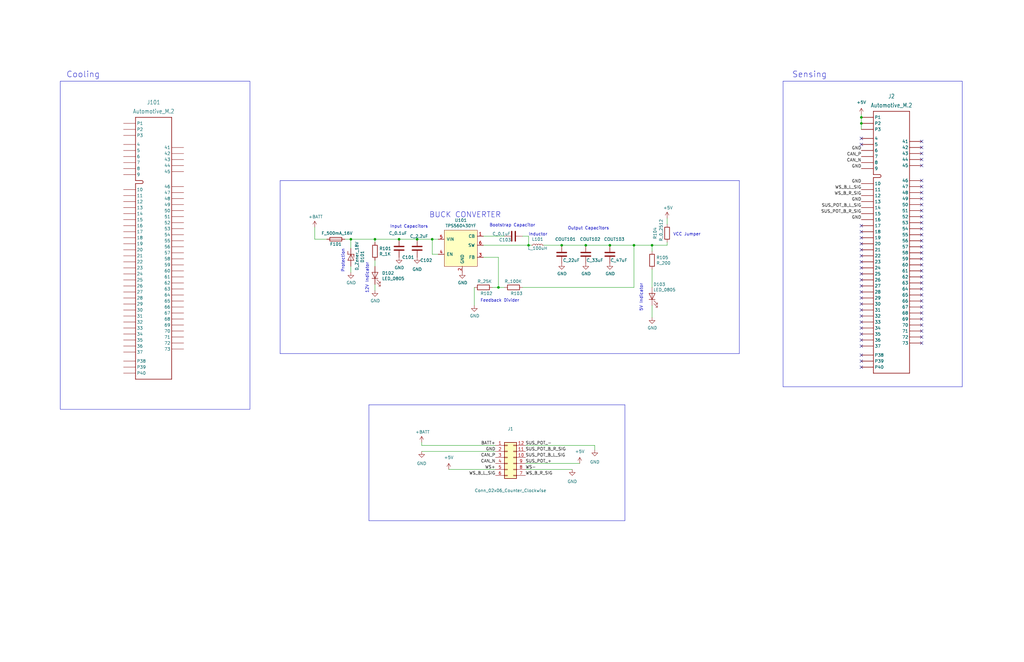
<source format=kicad_sch>
(kicad_sch (version 20230121) (generator eeschema)
  (paper "B")
  (title_block (title "OEM Project Template") (date "2019-08-22") (rev "1") (company "Olin Electric Motorsports") (comment 1 "Wesley Soo-Hoo"))
  (lib_symbols
    (symbol "+5V_1" (power) (pin_names (offset 0))
      (property "Value" "+5V_1" (at 0 3.556 0))
      (symbol "+5V_1_0_1"
        (polyline (pts (xy -0.762 1.27) (xy 0 2.54)))
        (polyline (pts (xy 0 0) (xy 0 2.54)))
        (polyline (pts (xy 0 2.54) (xy 0.762 1.27)))
      )
      (symbol "+5V_1_1_1"
        (pin power_in line (at 0 0 90) (length 0) hide (name "+5V") (number "1"))
      )
    )
    (symbol "+5V_2" (power) (pin_names (offset 0))
      (property "Value" "+5V_2" (at 0 3.556 0))
      (symbol "+5V_2_0_1"
        (polyline (pts (xy -0.762 1.27) (xy 0 2.54)))
        (polyline (pts (xy 0 0) (xy 0 2.54)))
        (polyline (pts (xy 0 2.54) (xy 0.762 1.27)))
      )
      (symbol "+5V_2_1_1"
        (pin power_in line (at 0 0 90) (length 0) hide (name "+5V") (number "1"))
      )
    )
    (symbol "Connector_Generic:Conn_02x06_Counter_Clockwise" (pin_names (offset 1.016) hide)
      (property "Reference" "J" (at 1.27 7.62 0))
      (property "Value" "Conn_02x06_Counter_Clockwise" (at 1.27 -10.16 0))
      (symbol "Conn_02x06_Counter_Clockwise_1_1"
        (rectangle (start -1.27 -7.493) (end 0 -7.747) (stroke (width 0.1524)))
        (rectangle (start -1.27 -4.953) (end 0 -5.207) (stroke (width 0.1524)))
        (rectangle (start -1.27 -2.413) (end 0 -2.667) (stroke (width 0.1524)))
        (rectangle (start -1.27 0.127) (end 0 -0.127) (stroke (width 0.1524)))
        (rectangle (start -1.27 2.667) (end 0 2.413) (stroke (width 0.1524)))
        (rectangle (start -1.27 5.207) (end 0 4.953) (stroke (width 0.1524)))
        (rectangle (start -1.27 6.35) (end 3.81 -8.89) (stroke (width 0.254)) (fill (type background)))
        (rectangle (start 3.81 -7.493) (end 2.54 -7.747) (stroke (width 0.1524)))
        (rectangle (start 3.81 -4.953) (end 2.54 -5.207) (stroke (width 0.1524)))
        (rectangle (start 3.81 -2.413) (end 2.54 -2.667) (stroke (width 0.1524)))
        (rectangle (start 3.81 0.127) (end 2.54 -0.127) (stroke (width 0.1524)))
        (rectangle (start 3.81 2.667) (end 2.54 2.413) (stroke (width 0.1524)))
        (rectangle (start 3.81 5.207) (end 2.54 4.953) (stroke (width 0.1524)))
        (pin passive line (at -5.08 5.08 0) (length 3.81) (name "Pin_1") (number "1"))
        (pin passive line (at 7.62 0 180) (length 3.81) (name "Pin_10") (number "10"))
        (pin passive line (at 7.62 2.54 180) (length 3.81) (name "Pin_11") (number "11"))
        (pin passive line (at 7.62 5.08 180) (length 3.81) (name "Pin_12") (number "12"))
        (pin passive line (at -5.08 2.54 0) (length 3.81) (name "Pin_2") (number "2"))
        (pin passive line (at -5.08 0 0) (length 3.81) (name "Pin_3") (number "3"))
        (pin passive line (at -5.08 -2.54 0) (length 3.81) (name "Pin_4") (number "4"))
        (pin passive line (at -5.08 -5.08 0) (length 3.81) (name "Pin_5") (number "5"))
        (pin passive line (at -5.08 -7.62 0) (length 3.81) (name "Pin_6") (number "6"))
        (pin passive line (at 7.62 -7.62 180) (length 3.81) (name "Pin_7") (number "7"))
        (pin passive line (at 7.62 -5.08 180) (length 3.81) (name "Pin_8") (number "8"))
        (pin passive line (at 7.62 -2.54 180) (length 3.81) (name "Pin_9") (number "9"))
      )
    )
    (symbol "GND_1" (power) (pin_names (offset 0))
      (property "Value" "GND_1" (at 0 -3.81 0))
      (symbol "GND_1_0_1"
        (polyline (pts (xy 0 0) (xy 0 -1.27) (xy 1.27 -1.27) (xy 0 -2.54) (xy -1.27 -1.27) (xy 0 -1.27)))
      )
      (symbol "GND_1_1_1"
        (pin power_in line (at 0 0 270) (length 0) hide (name "GND") (number "1"))
      )
    )
    (symbol "GND_2" (power) (pin_names (offset 0))
      (property "Value" "GND_2" (at 0 -3.81 0))
      (symbol "GND_2_0_1"
        (polyline (pts (xy 0 0) (xy 0 -1.27) (xy 1.27 -1.27) (xy 0 -2.54) (xy -1.27 -1.27) (xy 0 -1.27)))
      )
      (symbol "GND_2_1_1"
        (pin power_in line (at 0 0 270) (length 0) hide (name "GND") (number "1"))
      )
    )
    (symbol "formula:Automotive_M.2"
      (property "Reference" "J?" (at 1.27 49.53 0))
      (property "Value" "Automotive_M.2" (at 7.62 45.72 0))
      (symbol "Automotive_M.2_0_1"
        (arc (start -5.0436 15.2415) (mid -4.4198 15.8765) (end -5.0436 16.5115) (stroke (width 0.25)))
        (polyline (pts (xy -7.62 15.24) (xy -5.08 15.24)) (stroke (width 0.25)))
        (polyline (pts (xy -7.62 16.51) (xy -5.08 16.51)) (stroke (width 0.25)))
        (polyline (pts (xy -7.62 43.18) (xy -7.62 16.51)) (stroke (width 0.25)))
        (polyline (pts (xy 7.62 -67.31) (xy -7.62 -67.31)) (stroke (width 0.25)))
      )
      (symbol "Automotive_M.2_1_0"
        (polyline (pts (xy -7.62 -67.31) (xy -7.62 15.24)) (stroke (width 0.254)))
        (polyline (pts (xy 7.62 43.18) (xy -7.62 43.18)) (stroke (width 0.254)))
        (polyline (pts (xy 7.62 43.18) (xy 7.62 -67.31)) (stroke (width 0.254)))
        (pin bidirectional line (at -12.7 12.7 0) (length 5.08) (name "10") (number "10"))
        (pin bidirectional line (at -12.7 10.16 0) (length 5.08) (name "11") (number "11"))
        (pin bidirectional line (at -12.7 7.62 0) (length 5.08) (name "12") (number "12"))
        (pin bidirectional line (at -12.7 5.08 0) (length 5.08) (name "13") (number "13"))
        (pin bidirectional line (at -12.7 2.54 0) (length 5.08) (name "14") (number "14"))
        (pin bidirectional line (at -12.7 0 0) (length 5.08) (name "15") (number "15"))
        (pin bidirectional line (at -12.7 -2.54 0) (length 5.08) (name "16") (number "16"))
        (pin bidirectional line (at -12.7 -5.08 0) (length 5.08) (name "17") (number "17"))
        (pin bidirectional line (at -12.7 -7.62 0) (length 5.08) (name "18") (number "18"))
        (pin bidirectional line (at -12.7 -10.16 0) (length 5.08) (name "19") (number "19"))
        (pin bidirectional line (at -12.7 -12.7 0) (length 5.08) (name "20") (number "20"))
        (pin bidirectional line (at -12.7 -15.24 0) (length 5.08) (name "21") (number "21"))
        (pin bidirectional line (at -12.7 -17.78 0) (length 5.08) (name "22") (number "22"))
        (pin bidirectional line (at -12.7 -20.32 0) (length 5.08) (name "23") (number "23"))
        (pin bidirectional line (at -12.7 -22.86 0) (length 5.08) (name "24") (number "24"))
        (pin bidirectional line (at -12.7 -25.4 0) (length 5.08) (name "25") (number "25"))
        (pin bidirectional line (at -12.7 -27.94 0) (length 5.08) (name "26") (number "26"))
        (pin bidirectional line (at -12.7 -30.48 0) (length 5.08) (name "27") (number "27"))
        (pin bidirectional line (at -12.7 -33.02 0) (length 5.08) (name "28") (number "28"))
        (pin bidirectional line (at -12.7 -35.56 0) (length 5.08) (name "29") (number "29"))
        (pin bidirectional line (at -12.7 -38.1 0) (length 5.08) (name "30") (number "30"))
        (pin bidirectional line (at -12.7 -40.64 0) (length 5.08) (name "31") (number "31"))
        (pin bidirectional line (at -12.7 -43.18 0) (length 5.08) (name "32") (number "32"))
        (pin bidirectional line (at -12.7 -45.72 0) (length 5.08) (name "33") (number "33"))
        (pin bidirectional line (at -12.7 -48.26 0) (length 5.08) (name "34") (number "34"))
        (pin bidirectional line (at -12.7 -50.8 0) (length 5.08) (name "35") (number "35"))
        (pin bidirectional line (at -12.7 -53.34 0) (length 5.08) (name "36") (number "36"))
        (pin bidirectional line (at -12.7 -55.88 0) (length 5.08) (name "37") (number "37"))
        (pin bidirectional line (at -12.7 31.75 0) (length 5.08) (name "4") (number "4"))
        (pin bidirectional line (at 12.7 30.48 180) (length 5.08) (name "41") (number "41"))
        (pin bidirectional line (at 12.7 27.94 180) (length 5.08) (name "42") (number "42"))
        (pin bidirectional line (at 12.7 25.4 180) (length 5.08) (name "43") (number "43"))
        (pin bidirectional line (at 12.7 22.86 180) (length 5.08) (name "44") (number "44"))
        (pin bidirectional line (at 12.7 20.32 180) (length 5.08) (name "45") (number "45"))
        (pin bidirectional line (at 12.7 13.97 180) (length 5.08) (name "46") (number "46"))
        (pin bidirectional line (at 12.7 11.43 180) (length 5.08) (name "47") (number "47"))
        (pin bidirectional line (at 12.7 8.89 180) (length 5.08) (name "48") (number "48"))
        (pin bidirectional line (at 12.7 6.35 180) (length 5.08) (name "49") (number "49"))
        (pin bidirectional line (at -12.7 29.21 0) (length 5.08) (name "5") (number "5"))
        (pin bidirectional line (at 12.7 3.81 180) (length 5.08) (name "50") (number "50"))
        (pin bidirectional line (at 12.7 1.27 180) (length 5.08) (name "51") (number "51"))
        (pin bidirectional line (at 12.7 -1.27 180) (length 5.08) (name "52") (number "52"))
        (pin bidirectional line (at 12.7 -3.81 180) (length 5.08) (name "53") (number "53"))
        (pin bidirectional line (at 12.7 -6.35 180) (length 5.08) (name "54") (number "54"))
        (pin bidirectional line (at 12.7 -8.89 180) (length 5.08) (name "55") (number "55"))
        (pin bidirectional line (at 12.7 -11.43 180) (length 5.08) (name "56") (number "56"))
        (pin bidirectional line (at 12.7 -13.97 180) (length 5.08) (name "57") (number "57"))
        (pin bidirectional line (at 12.7 -16.51 180) (length 5.08) (name "58") (number "58"))
        (pin bidirectional line (at 12.7 -19.05 180) (length 5.08) (name "59") (number "59"))
        (pin bidirectional line (at -12.7 26.67 0) (length 5.08) (name "6") (number "6"))
        (pin bidirectional line (at 12.7 -21.59 180) (length 5.08) (name "60") (number "60"))
        (pin bidirectional line (at 12.7 -24.13 180) (length 5.08) (name "61") (number "61"))
        (pin bidirectional line (at 12.7 -26.67 180) (length 5.08) (name "62") (number "62"))
        (pin bidirectional line (at 12.7 -29.21 180) (length 5.08) (name "63") (number "63"))
        (pin bidirectional line (at 12.7 -31.75 180) (length 5.08) (name "64") (number "64"))
        (pin bidirectional line (at 12.7 -34.29 180) (length 5.08) (name "65") (number "65"))
        (pin bidirectional line (at 12.7 -36.83 180) (length 5.08) (name "66") (number "66"))
        (pin bidirectional line (at 12.7 -39.37 180) (length 5.08) (name "67") (number "67"))
        (pin bidirectional line (at 12.7 -41.91 180) (length 5.08) (name "68") (number "68"))
        (pin bidirectional line (at 12.7 -44.45 180) (length 5.08) (name "69") (number "69"))
        (pin bidirectional line (at -12.7 24.13 0) (length 5.08) (name "7") (number "7"))
        (pin bidirectional line (at 12.7 -46.99 180) (length 5.08) (name "70") (number "70"))
        (pin bidirectional line (at 12.7 -49.53 180) (length 5.08) (name "71") (number "71"))
        (pin bidirectional line (at 12.7 -52.07 180) (length 5.08) (name "72") (number "72"))
        (pin bidirectional line (at 12.7 -54.61 180) (length 5.08) (name "73") (number "73"))
        (pin bidirectional line (at -12.7 21.59 0) (length 5.08) (name "8") (number "8"))
        (pin bidirectional line (at -12.7 19.05 0) (length 5.08) (name "9") (number "9"))
        (pin bidirectional line (at -12.7 40.64 0) (length 5.08) (name "P1") (number "P1"))
        (pin bidirectional line (at -12.7 38.1 0) (length 5.08) (name "P2") (number "P2"))
        (pin bidirectional line (at -12.7 35.56 0) (length 5.08) (name "P3") (number "P3"))
        (pin bidirectional line (at -12.7 -59.69 0) (length 5.08) (name "P38") (number "P38"))
        (pin bidirectional line (at -12.7 -62.23 0) (length 5.08) (name "P39") (number "P39"))
        (pin bidirectional line (at -12.7 -64.77 0) (length 5.08) (name "P40") (number "P40"))
      )
    )
    (symbol "formula:C_0.1uF" (pin_numbers hide) (pin_names (offset 0.254))
      (property "Reference" "C" (at 0.635 2.54 0))
      (property "Value" "C_0.1uF" (at 0.635 -2.54 0))
      (symbol "C_0.1uF_0_1"
        (polyline (pts (xy -2.032 -0.762) (xy 2.032 -0.762)) (stroke (width 0.508)))
        (polyline (pts (xy -2.032 0.762) (xy 2.032 0.762)) (stroke (width 0.508)))
      )
      (symbol "C_0.1uF_1_1"
        (pin passive line (at 0 3.81 270) (length 2.794) (name "~") (number "1"))
        (pin passive line (at 0 -3.81 90) (length 2.794) (name "~") (number "2"))
      )
    )
    (symbol "formula:C_2.2uF" (pin_numbers hide) (pin_names (offset 0.254))
      (property "Reference" "C" (at 0.635 3.81 0))
      (property "Value" "C_2.2uF" (at 0.635 -1.27 0))
      (symbol "C_2.2uF_0_1"
        (polyline (pts (xy -2.032 0.508) (xy 2.032 0.508)) (stroke (width 0.508)))
        (polyline (pts (xy -2.032 2.032) (xy 2.032 2.032)) (stroke (width 0.508)))
      )
      (symbol "C_2.2uF_1_1"
        (pin passive line (at 0 5.08 270) (length 2.794) (name "~") (number "1"))
        (pin passive line (at 0 -2.54 90) (length 2.794) (name "~") (number "2"))
      )
    )
    (symbol "formula:C_22uF" (pin_numbers hide) (pin_names (offset 0.254))
      (property "Reference" "C" (at 0.635 2.54 0))
      (property "Value" "C_22uF" (at 0.635 -2.54 0))
      (symbol "C_22uF_0_1"
        (polyline (pts (xy -2.032 -0.762) (xy 2.032 -0.762)) (stroke (width 0.508)))
        (polyline (pts (xy -2.032 0.762) (xy 2.032 0.762)) (stroke (width 0.508)))
      )
      (symbol "C_22uF_1_1"
        (pin passive line (at 0 3.81 270) (length 2.794) (name "~") (number "1"))
        (pin passive line (at 0 -3.81 90) (length 2.794) (name "~") (number "2"))
      )
    )
    (symbol "formula:C_33uF" (pin_numbers hide) (pin_names (offset 0.254))
      (property "Reference" "C" (at 0.635 2.54 0))
      (property "Value" "C_33uF" (at 2.54 -7.62 0))
      (symbol "C_33uF_0_1"
        (polyline (pts (xy -2.032 -0.762) (xy 2.032 -0.762)) (stroke (width 0.508)))
        (polyline (pts (xy -2.032 0.762) (xy 2.032 0.762)) (stroke (width 0.508)))
      )
      (symbol "C_33uF_1_1"
        (pin passive line (at 0 3.81 270) (length 2.794) (name "~") (number "1"))
        (pin passive line (at 0 -3.81 90) (length 2.794) (name "~") (number "2"))
      )
    )
    (symbol "formula:C_47uF" (pin_numbers hide) (pin_names (offset 0.254))
      (property "Reference" "C" (at 0.635 2.54 0))
      (property "Value" "C_47uF" (at 0.635 -2.54 0))
      (symbol "C_47uF_0_1"
        (polyline (pts (xy -2.032 -0.762) (xy 2.032 -0.762)) (stroke (width 0.508)))
        (polyline (pts (xy -2.032 0.762) (xy 2.032 0.762)) (stroke (width 0.508)))
      )
      (symbol "C_47uF_1_1"
        (pin passive line (at 0 3.81 270) (length 2.794) (name "~") (number "1"))
        (pin passive line (at 0 -3.81 90) (length 2.794) (name "~") (number "2"))
      )
    )
    (symbol "formula:D_Zener_18V" (pin_numbers hide) (pin_names (offset 1.016) hide)
      (property "Reference" "D" (at 0 2.54 0))
      (property "Value" "D_Zener_18V" (at 0 -2.54 0))
      (symbol "D_Zener_18V_0_1"
        (polyline (pts (xy -1.27 -1.27) (xy -2.54 -1.27)) (stroke (width 0.2032)))
        (polyline (pts (xy -1.27 1.27) (xy 0 1.27)) (stroke (width 0.2032)))
        (polyline (pts (xy 1.27 0) (xy -1.27 0)))
        (polyline (pts (xy -1.27 -1.27) (xy -1.27 1.27) (xy -0.762 1.27)) (stroke (width 0.2032)))
        (polyline (pts (xy 1.27 -1.27) (xy 1.27 1.27) (xy -1.27 0) (xy 1.27 -1.27)) (stroke (width 0.2032)))
      )
      (symbol "D_Zener_18V_1_1"
        (pin passive line (at -3.81 0 0) (length 2.54) (name "K") (number "1"))
        (pin passive line (at 3.81 0 180) (length 2.54) (name "A") (number "2"))
      )
    )
    (symbol "formula:F_500mA_16V" (pin_numbers hide) (pin_names (offset 0))
      (property "Reference" "F" (at 2.032 0 90))
      (property "Value" "F_500mA_16V" (at -1.905 0 90))
      (symbol "F_500mA_16V_0_1"
        (rectangle (start -0.762 -2.54) (end 0.762 2.54) (stroke (width 0.254)))
        (polyline (pts (xy 0 2.54) (xy 0 -2.54)))
      )
      (symbol "F_500mA_16V_1_1"
        (pin passive line (at 0 3.81 270) (length 1.27) (name "~") (number "1"))
        (pin passive line (at 0 -3.81 90) (length 1.27) (name "~") (number "2"))
      )
    )
    (symbol "formula:LED_0805" (pin_numbers hide) (pin_names (offset 1.016) hide)
      (property "Reference" "D" (at 0 -2.54 0))
      (property "Value" "LED_0805" (at 0 2.54 0))
      (symbol "LED_0805_0_1"
        (polyline (pts (xy -1.27 -1.27) (xy -1.27 1.27)) (stroke (width 0.2032)))
        (polyline (pts (xy -1.27 0) (xy 1.27 0)))
        (polyline (pts (xy 1.27 -1.27) (xy 1.27 1.27) (xy -1.27 0) (xy 1.27 -1.27)) (stroke (width 0.2032)))
        (polyline (pts (xy -3.048 -0.762) (xy -4.572 -2.286) (xy -3.81 -2.286) (xy -4.572 -2.286) (xy -4.572 -1.524)))
        (polyline (pts (xy -1.778 -0.762) (xy -3.302 -2.286) (xy -2.54 -2.286) (xy -3.302 -2.286) (xy -3.302 -1.524)))
      )
      (symbol "LED_0805_1_1"
        (pin passive line (at -3.81 0 0) (length 2.54) (name "K") (number "1"))
        (pin passive line (at 3.81 0 180) (length 2.54) (name "A") (number "2"))
      )
    )
    (symbol "formula:L_100uH" (pin_numbers hide) (pin_names (offset 1.016) hide)
      (property "Reference" "L" (at 0 -1.27 0))
      (property "Value" "L_100uH" (at 0 2.54 0))
      (symbol "L_100uH_1_1"
        (arc (start -1.016 0) (mid -1.524 0.5058) (end -2.032 0))
        (arc (start 0 0) (mid -0.508 0.5058) (end -1.016 0))
        (arc (start 1.016 0) (mid 0.508 0.5058) (end 0 0))
        (arc (start 2.032 0) (mid 1.524 0.5058) (end 1.016 0))
        (pin passive line (at -2.54 0 0) (length 0.508) (name "~") (number "1"))
        (pin passive line (at 2.54 0 180) (length 0.508) (name "~") (number "2"))
      )
    )
    (symbol "formula:R_0_2512" (pin_numbers hide) (pin_names (offset 0))
      (property "Reference" "R" (at 2.032 0 90))
      (property "Value" "R_0_2512" (at -2.54 0 90))
      (symbol "R_0_2512_0_1"
        (rectangle (start -1.016 -2.54) (end 1.016 2.54) (stroke (width 0.254)))
      )
      (symbol "R_0_2512_1_1"
        (pin passive line (at 0 3.81 270) (length 1.27) (name "~") (number "1"))
        (pin passive line (at 0 -3.81 90) (length 1.27) (name "~") (number "2"))
      )
    )
    (symbol "formula:R_100K" (pin_numbers hide) (pin_names (offset 0))
      (property "Reference" "R" (at 2.032 0 90))
      (property "Value" "R_100K" (at -2.54 0 90))
      (symbol "R_100K_0_1"
        (rectangle (start -1.016 -2.54) (end 1.016 2.54) (stroke (width 0.254)))
      )
      (symbol "R_100K_1_1"
        (pin passive line (at 0 3.81 270) (length 1.27) (name "~") (number "1"))
        (pin passive line (at 0 -3.81 90) (length 1.27) (name "~") (number "2"))
      )
    )
    (symbol "formula:R_1K" (pin_numbers hide) (pin_names (offset 0))
      (property "Reference" "R" (at 2.032 0 90))
      (property "Value" "R_1K" (at -2.54 0 90))
      (symbol "R_1K_0_1"
        (rectangle (start -1.016 -2.54) (end 1.016 2.54) (stroke (width 0.254)))
      )
      (symbol "R_1K_1_1"
        (pin passive line (at 0 3.81 270) (length 1.27) (name "~") (number "1"))
        (pin passive line (at 0 -3.81 90) (length 1.27) (name "~") (number "2"))
      )
    )
    (symbol "formula:R_200" (pin_numbers hide) (pin_names (offset 0))
      (property "Reference" "R" (at 2.032 0 90))
      (property "Value" "R_200" (at -2.54 0 90))
      (symbol "R_200_0_1"
        (rectangle (start -1.016 -2.54) (end 1.016 2.54) (stroke (width 0.254)))
      )
      (symbol "R_200_1_1"
        (pin passive line (at 0 3.81 270) (length 1.27) (name "~") (number "1"))
        (pin passive line (at 0 -3.81 90) (length 1.27) (name "~") (number "2"))
      )
    )
    (symbol "formula:R_25K" (pin_numbers hide) (pin_names (offset 0))
      (property "Reference" "R" (at 6.35 0 90))
      (property "Value" "R_25K" (at 5.08 5.08 0))
      (symbol "R_25K_0_1"
        (rectangle (start -1.016 -2.54) (end 1.016 2.54) (stroke (width 0.254)))
      )
      (symbol "R_25K_1_1"
        (pin passive line (at 0 3.81 270) (length 1.27) (name "~") (number "1"))
        (pin passive line (at 0 -3.81 90) (length 1.27) (name "~") (number "2"))
      )
    )
    (symbol "formula:TPS560430YF" (pin_names (offset 1.016))
      (property "Reference" "U" (at -5.08 -8.89 0))
      (property "Value" "TPS560430YF" (at 0 10.16 0))
      (symbol "TPS560430YF_0_1"
        (rectangle (start -6.35 -2.54) (end -6.35 -2.54))
        (rectangle (start -6.35 7.62) (end 7.62 -7.62) (fill (type background)))
      )
      (symbol "TPS560430YF_1_1"
        (pin bidirectional line (at 10.16 5.08 180) (length 2.54) (name "CB") (number "1"))
        (pin power_in line (at 1.27 -10.16 90) (length 2.54) (name "GND") (number "2"))
        (pin input line (at 10.16 -3.81 180) (length 2.54) (name "FB") (number "3"))
        (pin input line (at -8.89 -2.54 0) (length 2.54) (name "EN") (number "4"))
        (pin power_in line (at -8.89 3.81 0) (length 2.54) (name "VIN") (number "5"))
        (pin output line (at 10.16 1.27 180) (length 2.54) (name "SW") (number "6"))
      )
    )
    (symbol "power:+5V" (power) (pin_names (offset 0))
      (property "Value" "+5V" (at 0 3.556 0))
      (symbol "+5V_0_1"
        (polyline (pts (xy -0.762 1.27) (xy 0 2.54)))
        (polyline (pts (xy 0 0) (xy 0 2.54)))
        (polyline (pts (xy 0 2.54) (xy 0.762 1.27)))
      )
      (symbol "+5V_1_1"
        (pin power_in line (at 0 0 90) (length 0) hide (name "+5V") (number "1"))
      )
    )
    (symbol "power:+BATT" (power) (pin_names (offset 0))
      (property "Value" "+BATT" (at 0 3.556 0))
      (symbol "+BATT_0_1"
        (polyline (pts (xy -0.762 1.27) (xy 0 2.54)))
        (polyline (pts (xy 0 0) (xy 0 2.54)))
        (polyline (pts (xy 0 2.54) (xy 0.762 1.27)))
      )
      (symbol "+BATT_1_1"
        (pin power_in line (at 0 0 90) (length 0) hide (name "+BATT") (number "1"))
      )
    )
    (symbol "power:GND" (power) (pin_names (offset 0))
      (property "Value" "GND" (at 0 -3.81 0))
      (symbol "GND_0_1"
        (polyline (pts (xy 0 0) (xy 0 -1.27) (xy 1.27 -1.27) (xy 0 -2.54) (xy -1.27 -1.27) (xy 0 -1.27)))
      )
      (symbol "GND_1_1"
        (pin power_in line (at 0 0 270) (length 0) hide (name "GND") (number "1"))
      )
    )
  )
  (junction (at 147.955 100.965))
  (junction (at 182.245 100.965))
  (junction (at 267.335 103.505))
  (junction (at 236.855 103.505))
  (junction (at 257.175 103.505))
  (junction (at 158.115 100.965))
  (junction (at 168.275 100.965))
  (junction (at 222.885 103.505))
  (junction (at 247.015 103.505))
  (junction (at 363.22 52.07))
  (junction (at 175.895 100.965))
  (junction (at 274.955 103.505))
  (junction (at 363.22 49.53))
  (junction (at 210.185 121.285))
  (no_connect (at 388.62 142.24))
  (no_connect (at 388.62 62.23))
  (no_connect (at 388.62 91.44))
  (no_connect (at 363.22 130.81))
  (no_connect (at 363.22 60.96))
  (no_connect (at 388.62 67.31))
  (no_connect (at 363.22 140.97))
  (no_connect (at 388.62 99.06))
  (no_connect (at 388.62 111.76))
  (no_connect (at 363.22 138.43))
  (no_connect (at 388.62 109.22))
  (no_connect (at 363.22 115.57))
  (no_connect (at 388.62 139.7))
  (no_connect (at 388.62 76.2))
  (no_connect (at 388.62 106.68))
  (no_connect (at 388.62 83.82))
  (no_connect (at 363.22 143.51))
  (no_connect (at 388.62 78.74))
  (no_connect (at 363.22 95.25))
  (no_connect (at 363.22 105.41))
  (no_connect (at 363.22 146.05))
  (no_connect (at 388.62 88.9))
  (no_connect (at 388.62 121.92))
  (no_connect (at 388.62 116.84))
  (no_connect (at 363.22 123.19))
  (no_connect (at 388.62 104.14))
  (no_connect (at 388.62 114.3))
  (no_connect (at 363.22 135.89))
  (no_connect (at 388.62 81.28))
  (no_connect (at 363.22 113.03))
  (no_connect (at 388.62 132.08))
  (no_connect (at 388.62 64.77))
  (no_connect (at 388.62 137.16))
  (no_connect (at 363.22 107.95))
  (no_connect (at 388.62 134.62))
  (no_connect (at 388.62 93.98))
  (no_connect (at 388.62 127))
  (no_connect (at 388.62 101.6))
  (no_connect (at 363.22 133.35))
  (no_connect (at 388.62 144.78))
  (no_connect (at 363.22 110.49))
  (no_connect (at 388.62 129.54))
  (no_connect (at 388.62 119.38))
  (no_connect (at 363.22 102.87))
  (no_connect (at 388.62 59.69))
  (no_connect (at 388.62 124.46))
  (no_connect (at 363.22 58.42))
  (no_connect (at 388.62 86.36))
  (no_connect (at 363.22 118.11))
  (no_connect (at 363.22 97.79))
  (no_connect (at 388.62 96.52))
  (no_connect (at 363.22 125.73))
  (no_connect (at 363.22 100.33))
  (no_connect (at 363.22 128.27))
  (no_connect (at 363.22 149.86))
  (no_connect (at 388.62 69.85))
  (no_connect (at 363.22 120.65))
  (no_connect (at 363.22 152.4))
  (no_connect (at 363.22 154.94))
  (wire (pts (xy 274.955 128.905) (xy 274.955 133.985)))
  (wire (pts (xy 274.955 106.045) (xy 274.955 103.505)))
  (wire (pts (xy 203.835 108.585) (xy 210.185 108.585)))
  (wire (pts (xy 168.275 100.965) (xy 175.895 100.965)))
  (polyline (pts (xy 330.2 34.29) (xy 330.2 163.195)))
  (wire (pts (xy 182.245 100.965) (xy 184.785 100.965)))
  (wire (pts (xy 222.885 103.505) (xy 224.155 103.505)))
  (polyline (pts (xy 118.11 76.2) (xy 311.785 76.2)))
  (polyline (pts (xy 118.11 76.2) (xy 118.11 149.225)))
  (wire (pts (xy 281.305 103.505) (xy 281.305 102.235)))
  (wire (pts (xy 177.8 187.96) (xy 208.915 187.96)))
  (wire (pts (xy 203.835 103.505) (xy 222.885 103.505)))
  (wire (pts (xy 147.955 104.775) (xy 147.955 100.965)))
  (wire (pts (xy 200.025 121.285) (xy 200.025 128.905)))
  (wire (pts (xy 147.955 100.965) (xy 158.115 100.965)))
  (polyline (pts (xy 155.575 170.815) (xy 155.575 219.71)))
  (wire (pts (xy 229.235 103.505) (xy 236.855 103.505)))
  (wire (pts (xy 363.22 48.26) (xy 363.22 49.53)))
  (polyline (pts (xy 263.525 219.71) (xy 263.525 170.815)))
  (wire (pts (xy 274.955 113.665) (xy 274.955 121.285)))
  (wire (pts (xy 132.715 100.965) (xy 137.795 100.965)))
  (wire (pts (xy 257.175 103.505) (xy 267.335 103.505)))
  (wire (pts (xy 184.785 107.315) (xy 182.245 107.315)))
  (polyline (pts (xy 330.2 163.195) (xy 405.765 163.195)))
  (wire (pts (xy 281.305 94.615) (xy 281.305 92.075)))
  (wire (pts (xy 210.185 108.585) (xy 210.185 121.285)))
  (polyline (pts (xy 118.11 149.225) (xy 311.785 149.225)))
  (wire (pts (xy 182.245 107.315) (xy 182.245 100.965)))
  (wire (pts (xy 363.22 49.53) (xy 363.22 52.07)))
  (wire (pts (xy 221.615 187.96) (xy 250.825 187.96)))
  (wire (pts (xy 221.615 198.12) (xy 241.3 198.12)))
  (wire (pts (xy 175.895 100.965) (xy 182.245 100.965)))
  (wire (pts (xy 203.835 99.695) (xy 212.725 99.695)))
  (polyline (pts (xy 155.575 219.71) (xy 263.525 219.71)))
  (wire (pts (xy 222.885 99.695) (xy 222.885 103.505)))
  (wire (pts (xy 250.825 187.96) (xy 250.825 189.865)))
  (wire (pts (xy 221.615 195.58) (xy 244.475 195.58)))
  (wire (pts (xy 220.345 121.285) (xy 267.335 121.285)))
  (wire (pts (xy 147.955 112.395) (xy 147.955 114.935)))
  (wire (pts (xy 145.415 100.965) (xy 147.955 100.965)))
  (wire (pts (xy 267.335 121.285) (xy 267.335 103.505)))
  (wire (pts (xy 158.115 109.855) (xy 158.115 112.395)))
  (wire (pts (xy 363.22 52.07) (xy 363.22 54.61)))
  (wire (pts (xy 274.955 103.505) (xy 281.305 103.505)))
  (wire (pts (xy 177.8 186.69) (xy 177.8 187.96)))
  (wire (pts (xy 177.8 190.5) (xy 208.915 190.5)))
  (polyline (pts (xy 330.2 34.29) (xy 405.765 34.29)))
  (wire (pts (xy 210.185 121.285) (xy 212.725 121.285)))
  (wire (pts (xy 189.23 198.12) (xy 208.915 198.12)))
  (wire (pts (xy 247.015 103.505) (xy 257.175 103.505)))
  (polyline (pts (xy 405.765 163.195) (xy 405.765 34.29)))
  (wire (pts (xy 207.645 121.285) (xy 210.185 121.285)))
  (polyline (pts (xy 311.785 149.225) (xy 311.785 76.2)))
  (wire (pts (xy 267.335 103.505) (xy 274.955 103.505)))
  (wire (pts (xy 158.115 100.965) (xy 168.275 100.965)))
  (polyline (pts (xy 155.575 170.815) (xy 263.525 170.815)))
  (wire (pts (xy 220.345 99.695) (xy 222.885 99.695)))
  (wire (pts (xy 158.115 100.965) (xy 158.115 102.235)))
  (wire (pts (xy 132.715 95.885) (xy 132.715 100.965)))
  (wire (pts (xy 158.115 120.015) (xy 158.115 122.555)))
  (wire (pts (xy 236.855 103.505) (xy 247.015 103.505)))
  (rectangle (start 25.4 34.29) (end 105.41 172.72))
  (text "Protection\n" (at 145.415 114.935 90) (effects (font (size 1.27 1.27)) (justify left bottom)))
  (text "BUCK CONVERTER\n" (at 180.975 92.075 0) (effects (font (size 2.2606 2.2606)) (justify left bottom)))
  (text "Bootstrap Capacitor\n" (at 206.375 95.885 0) (effects (font (size 1.27 1.27)) (justify left bottom)))
  (text "Cooling" (at 27.94 33.02 0) (effects (font (size 2.5 2.5)) (justify left bottom)))
  (text "Output Capacitors\n" (at 239.395 97.155 0) (effects (font (size 1.27 1.27)) (justify left bottom)))
  (text "12V Indicator" (at 155.575 123.825 90) (effects (font (size 1.27 1.27)) (justify left bottom)))
  (text "Input Capacitors\n\n" (at 164.465 98.425 0) (effects (font (size 1.27 1.27)) (justify left bottom)))
  (text "VCC Jumper\n" (at 283.845 99.695 0) (effects (font (size 1.27 1.27)) (justify left bottom)))
  (text "Sensing" (at 334.01 33.02 0) (effects (font (size 2.5 2.5)) (justify left bottom)))
  (text "5V Indicator" (at 271.145 131.445 90) (effects (font (size 1.27 1.27)) (justify left bottom)))
  (text "Inductor\n" (at 222.885 99.695 0) (effects (font (size 1.27 1.27)) (justify left bottom)))
  (text "Feedback Divider\n" (at 202.565 127.635 0) (effects (font (size 1.27 1.27)) (justify left bottom)))
  (label "GND" (at 363.22 85.09 180))
  (label "WS-" (at 221.615 198.12 0))
  (label "CAN_N" (at 363.22 68.58 180))
  (label "GND" (at 363.22 92.71 180))
  (label "SUS_POT_B_R_SIG" (at 221.615 190.5 0))
  (label "GND" (at 363.22 77.47 180))
  (label "CAN_P" (at 363.22 66.04 180))
  (label "GND" (at 363.22 63.5 180))
  (label "WS_B_L_SIG" (at 208.915 200.66 180))
  (label "SUS_POT_B_L_SIG" (at 363.22 87.63 180))
  (label "WS_B_R_SIG" (at 221.615 200.66 0))
  (label "GND" (at 363.22 71.12 180))
  (label "SUS_POT_-" (at 221.615 187.96 0))
  (label "CAN_P" (at 208.915 193.04 180))
  (label "BATT+" (at 208.915 187.96 180))
  (label "CAN_N" (at 208.915 195.58 180))
  (label "SUS_POT_B_R_SIG" (at 363.22 90.17 180))
  (label "WS+" (at 208.915 198.12 180))
  (label "GND" (at 208.915 190.5 180))
  (label "SUS_POT_+" (at 221.615 195.58 0))
  (label "SUS_POT_B_L_SIG" (at 221.615 193.04 0))
  (label "WS_B_R_SIG" (at 363.22 82.55 180))
  (label "WS_B_L_SIG" (at 363.22 80.01 180))
  (symbol (lib_id "power:GND") (at 194.945 114.935 0) (unit 1)
    (property "Reference" "#PWR?" (effects hide))
    (property "Value" "GND" (at 195.072 119.3292 0))
  )
  (symbol (lib_id "power:GND") (at 175.895 108.585 0) (unit 1)
    (property "Reference" "#PWR?" (effects hide))
    (property "Value" "GND" (at 175.895 113.665 0))
  )
  (symbol (lib_id "power:GND") (at 168.275 108.585 0) (unit 1)
    (property "Reference" "#PWR?" (effects hide))
    (property "Value" "GND" (at 168.402 112.9792 0))
  )
  (symbol (lib_id "formula:C_0.1uF") (at 216.535 99.695 90) (unit 1)
    (property "Reference" "C103" (at 212.979 101.219 90))
    (property "Value" "C_0.1uF" (at 211.455 98.679 90))
    (property "Footprint" "footprints:C_0805_OEM" (effects hide))
    (property "Datasheet" "http://datasheets.avx.com/X7RDielectric.pdf" (effects hide))
    (property "MFN" "DK" (effects hide))
    (property "MPN" "478-3352-1-ND" (effects hide))
    (property "PurchasingLink" "https://www.digikey.com/products/en?keywords=478-3352-1-ND" (effects hide))
  )
  (symbol (lib_id "formula:C_2.2uF") (at 175.895 106.045 0) (unit 1)
    (property "Reference" "C102" (at 177.165 109.855 0) (effects (justify left)))
    (property "Value" "C_2.2uF" (at 172.847 99.695 0) (effects (justify left)))
    (property "Footprint" "footprints:C_0603_1608Metric" (effects hide))
    (property "Datasheet" "http://www.yageo.com/documents/recent/UPY-GPHC_X5R_4V-to-50V_25.pdf" (effects hide))
    (property "MFN" "DK" (effects hide))
    (property "MPN" "311-1451-1-ND" (effects hide))
    (property "PurchasingLink" "https://www.digikey.com/product-detail/en/yageo/CC0603KRX5R6BB225/311-1451-1-ND/2833757" (effects hide))
  )
  (symbol (lib_id "formula:C_0.1uF") (at 168.275 104.775 0) (unit 1)
    (property "Reference" "C101" (at 169.545 108.585 0) (effects (justify left)))
    (property "Value" "C_0.1uF" (at 163.957 98.425 0) (effects (justify left)))
    (property "Footprint" "footprints:C_0805_OEM" (effects hide))
    (property "Datasheet" "http://datasheets.avx.com/X7RDielectric.pdf" (effects hide))
    (property "MFN" "DK" (effects hide))
    (property "MPN" "478-3352-1-ND" (effects hide))
    (property "PurchasingLink" "https://www.digikey.com/products/en?keywords=478-3352-1-ND" (effects hide))
  )
  (symbol (lib_id "formula:R_100K") (at 216.535 121.285 270) (unit 1)
    (property "Reference" "R103" (at 215.265 123.825 90) (effects (justify left)))
    (property "Value" "R_100K" (at 212.725 118.745 90) (effects (justify left)))
    (property "Footprint" "footprints:R_0805_OEM" (effects hide))
    (property "Datasheet" "https://industrial.panasonic.com/cdbs/www-data/pdf/RDA0000/AOA0000C304.pdf" (effects hide))
    (property "MFN" "DK" (effects hide))
    (property "MPN" "P100KCCT-ND" (effects hide))
    (property "PurchasingLink" "https://www.digikey.com/product-detail/en/panasonic-electronic-components/ERJ-6ENF1003V/P100KCCT-ND/119551" (effects hide))
  )
  (symbol (lib_id "formula:C_22uF") (at 236.855 107.315 0) (unit 1)
    (property "Reference" "COUT101" (at 234.061 100.965 0) (effects (justify left)))
    (property "Value" "C_22uF" (at 237.363 109.855 0) (effects (justify left)))
    (property "Footprint" "footprints:C_1206_OEM" (effects hide))
    (property "Datasheet" "https://product.tdk.com/info/en/catalog/datasheets/mlcc_commercial_general_en.pdf" (effects hide))
    (property "MFN" "DK" (effects hide))
    (property "MPN" "445-11693-1-ND" (effects hide))
    (property "PurchasingLink" "https://www.digikey.com/product-detail/en/tdk-corporation/C3216JB1C226M160AB/445-11693-1-ND/3953359" (effects hide))
  )
  (symbol (lib_id "formula:C_47uF") (at 257.175 107.315 0) (unit 1)
    (property "Reference" "COUT103" (at 254.635 100.965 0) (effects (justify left)))
    (property "Value" "C_47uF" (at 257.429 109.855 0) (effects (justify left)))
    (property "Footprint" "footprints:C_0805_OEM" (effects hide))
    (property "Datasheet" "http://www.samsungsem.com/kr/support/product-search/mlcc/__icsFiles/afieldfile/2018/06/22/CL21A476MQYNNNG.pdf" (effects hide))
    (property "MFN" "DK" (effects hide))
    (property "MPN" "1276-6467-1-ND" (effects hide))
    (property "PurchasingLink" "https://www.digikey.com/product-detail/en/samsung-electro-mechanics/CL21A476MQYNNNG/1276-6467-1-ND/5958095" (effects hide))
  )
  (symbol (lib_id "formula:C_33uF") (at 247.015 107.315 0) (unit 1)
    (property "Reference" "COUT102" (at 244.475 100.965 0) (effects (justify left)))
    (property "Value" "C_33uF" (at 247.269 109.855 0) (effects (justify left)))
    (property "Footprint" "footprints:Fuse_1812" (effects hide))
    (property "Datasheet" "https://product.tdk.com/info/en/catalog/datasheets/mlcc_commercial_general_en.pdf" (effects hide))
    (property "MFN" "C4532X7R1C336M250KC" (effects hide))
    (property "MPN" "445-3924-1-ND" (effects hide))
    (property "PurchasingLink" "https://www.digikey.com/product-detail/en/tdk-corporation/C4532X7R1C336M250KC/445-3924-1-ND/1923431" (effects hide))
  )
  (symbol (lib_id "formula:R_25K") (at 203.835 121.285 270) (unit 1)
    (property "Reference" "R102" (at 202.565 123.825 90) (effects (justify left)))
    (property "Value" "R_25K" (at 201.295 118.745 90) (effects (justify left)))
    (property "Footprint" "footprints:R_0805_OEM" (effects hide))
    (property "Datasheet" "https://www.te.com/commerce/DocumentDelivery/DDEController?Action=srchrtrv&DocNm=1773200-1&DocType=DS&DocLang=English" (effects hide))
    (property "MFN" "A124124CT-ND" (effects hide))
    (property "Digi-key Part Number" "CPF-A-0805B25KE" (effects hide))
    (property "PurchasingLink" "https://www.digikey.com/product-detail/en/te-connectivity-passive-product/CPF-A-0805B25KE/A124124CT-ND/5970044" (effects hide))
  )
  (symbol (lib_id "formula:F_500mA_16V") (at 141.605 100.965 270) (unit 1)
    (property "Reference" "F101" (at 141.605 102.997 90))
    (property "Value" "F_500mA_16V" (at 142.113 98.425 90))
    (property "Footprint" "footprints:Fuse_1210" (effects hide))
    (property "Datasheet" "https://belfuse.com/resources/CircuitProtection/datasheets/0ZCH%20Nov2016.pdf" (effects hide))
    (property "MFN" "DK" (effects hide))
    (property "MPN" "507-1786-1-ND" (effects hide))
    (property "PurchasingLink" "https://www.digikey.com/product-detail/en/bel-fuse-inc/0ZCH0050FF2G/507-1786-1-ND/4156209" (effects hide))
  )
  (symbol (lib_id "formula:R_0_2512") (at 281.305 98.425 0) (unit 1)
    (property "Reference" "R104" (at 276.225 98.425 90))
    (property "Value" "R_0_2512" (at 278.765 97.155 90))
    (property "Footprint" "footprints:R_2512_OEM" (effects hide))
    (property "Datasheet" "http://www.te.com/commerce/DocumentDelivery/DDEController?Action=srchrtrv&DocNm=9-1773463-7&DocType=DS&DocLang=English" (effects hide))
    (property "MFN" "DK" (effects hide))
    (property "MPN" "A121322CT-ND" (effects hide))
    (property "PurchasingLink" "https://www.digikey.com/products/en?keywords=A121322CT-ND" (effects hide))
  )
  (symbol (lib_id "formula:LED_0805") (at 274.955 125.095 90) (unit 1)
    (property "Reference" "D103" (at 275.463 120.015 90) (effects (justify right)))
    (property "Value" "LED_0805" (at 275.463 122.301 90) (effects (justify right)))
    (property "Footprint" "footprints:LED_0805_OEM" (effects hide))
    (property "Datasheet" "http://www.osram-os.com/Graphics/XPic9/00078860_0.pdf" (effects hide))
    (property "MFN" "DK" (effects hide))
    (property "MPN" "475-1410-1-ND" (effects hide))
    (property "PurchasingLink" "https://www.digikey.com/products/en?keywords=475-1410-1-ND" (effects hide))
  )
  (symbol (lib_id "formula:R_200") (at 274.955 109.855 0) (unit 1)
    (property "Reference" "R105" (at 276.733 108.6866 0) (effects (justify left)))
    (property "Value" "R_200" (at 276.733 110.998 0) (effects (justify left)))
    (property "Footprint" "footprints:R_0805_OEM" (effects hide))
    (property "Datasheet" "https://www.seielect.com/Catalog/SEI-RMCF_RMCP.pdf" (effects hide))
    (property "MFN" "DK" (effects hide))
    (property "MPN" "RMCF0805JT200RCT-ND" (effects hide))
    (property "PurchasingLink" "https://www.digikey.com/products/en?keywords=RMCF0805JT200RCT-ND" (effects hide))
  )
  (symbol (lib_id "power:GND") (at 274.955 133.985 0) (unit 1)
    (property "Reference" "#PWR?" (effects hide))
    (property "Value" "GND" (at 275.082 138.3792 0))
  )
  (symbol (lib_id "formula:D_Zener_18V") (at 147.955 108.585 270) (unit 1)
    (property "Reference" "D101" (at 152.781 108.331 0))
    (property "Value" "D_Zener_18V" (at 150.495 108.077 0))
    (property "Footprint" "footprints:DO-214AA" (effects hide))
    (property "Datasheet" "http://www.mccsemi.com/up_pdf/SMBJ5338B-SMBJ5388B(SMB).pdf" (effects hide))
    (property "MFN" "DK" (effects hide))
    (property "MPN" "SMBJ5355B-TPMSCT-ND" (effects hide))
    (property "PurchasingLink" "https://www.digikey.com/products/en?keywords=SMBJ5355B-TPMSCT-ND" (effects hide))
  )
  (symbol (lib_id "power:GND") (at 147.955 114.935 0) (unit 1)
    (property "Reference" "#PWR?" (effects hide))
    (property "Value" "GND" (at 148.082 119.3292 0))
  )
  (symbol (lib_id "formula:LED_0805") (at 158.115 116.205 90) (unit 1)
    (property "Reference" "D102" (at 161.0868 115.2398 90) (effects (justify right)))
    (property "Value" "LED_0805" (at 161.0868 117.5512 90) (effects (justify right)))
    (property "Footprint" "footprints:LED_0805_OEM" (effects hide))
    (property "Datasheet" "http://www.osram-os.com/Graphics/XPic9/00078860_0.pdf" (effects hide))
    (property "MFN" "DK" (effects hide))
    (property "MPN" "475-1410-1-ND" (effects hide))
    (property "PurchasingLink" "https://www.digikey.com/products/en?keywords=475-1410-1-ND" (effects hide))
  )
  (symbol (lib_id "power:GND") (at 158.115 122.555 0) (unit 1)
    (property "Reference" "#PWR?" (effects hide))
    (property "Value" "GND" (at 158.242 126.9492 0))
  )
  (symbol (lib_id "formula:TPS560430YF") (at 193.675 104.775 0) (unit 1)
    (property "Reference" "U101" (at 194.31 92.964 0))
    (property "Value" "TPS560430YF" (at 194.31 95.2754 0))
    (property "Footprint" "footprints:SOT-23-6_OEM" (effects hide))
    (property "Datasheet" "http://www.ti.com/lit/ds/symlink/tps560430.pdf" (effects hide))
    (property "MPN" "TPS560430YFDBVR" (effects hide))
    (property "MFN" "TPS560430YFDBVR-ND" (effects hide))
    (property "Purchasing Link" "https://www.digikey.com/product-detail/en/texas-instruments/TPS560430XDBVR/296-50420-6-ND/9685813" (effects hide))
  )
  (symbol (lib_id "power:GND") (at 200.025 128.905 0) (unit 1)
    (property "Reference" "#PWR?" (effects hide))
    (property "Value" "GND" (at 200.152 133.2992 0))
  )
  (symbol (lib_id "power:GND") (at 247.015 111.125 0) (unit 1)
    (property "Reference" "#PWR?" (effects hide))
    (property "Value" "GND" (at 247.142 115.5192 0))
  )
  (symbol (lib_id "formula:R_1K") (at 158.115 106.045 0) (unit 1)
    (property "Reference" "R101" (at 159.893 104.8766 0) (effects (justify left)))
    (property "Value" "R_1K" (at 159.893 107.188 0) (effects (justify left)))
    (property "Footprint" "footprints:R_0805_OEM" (effects hide))
    (property "Datasheet" "https://www.seielect.com/Catalog/SEI-rncp.pdf" (effects hide))
    (property "MFN" "DK" (effects hide))
    (property "MPN" "RNCP0805FTD1K00CT-ND" (effects hide))
    (property "PurchasingLink" "https://www.digikey.com/products/en?keywords=RNCP0805FTD1K00CT-ND" (effects hide))
  )
  (symbol (lib_id "power:GND") (at 236.855 111.125 0) (unit 1)
    (property "Reference" "#PWR?" (effects hide))
    (property "Value" "GND" (at 236.982 115.5192 0))
  )
  (symbol (lib_id "power:GND") (at 257.175 111.125 0) (unit 1)
    (property "Reference" "#PWR?" (effects hide))
    (property "Value" "GND" (at 257.302 115.5192 0))
  )
  (symbol (lib_id "formula:L_100uH") (at 226.695 103.505 0) (unit 1)
    (property "Reference" "L101" (at 226.695 100.965 0))
    (property "Value" "L_100uH" (at 226.695 104.775 0))
    (property "Footprint" "footprints:L_100uH_OEM" (effects hide))
    (property "Datasheet" "https://product.tdk.com/info/en/catalog/datasheets/inductor_commercial_decoupling_nlfv32-ef_en.pdf" (effects hide))
    (property "MFN" "Digikey" (effects hide))
    (property "MPN" "445-15759-1-ND" (effects hide))
    (property "Link" "https://www.digikey.com/product-detail/en/tdk-corporation/NLFV32T-101K-EF/445-15759-1-ND/4328055" (effects hide))
  )
  (symbol (lib_id "power:+5V") (at 281.305 92.075 0) (unit 1)
    (property "Reference" "#PWR?" (effects hide))
    (property "Value" "+5V" (at 281.686 87.6808 0))
  )
  (symbol (lib_id "power:+BATT") (at 132.715 95.885 0) (unit 1)
    (property "Reference" "#PWR?" (effects hide))
    (property "Value" "+BATT" (at 133.096 91.4908 0))
  )
  (symbol (lib_id "formula:Automotive_M.2") (at 375.92 90.17 0) (unit 1)
    (property "Reference" "J2" (at 375.92 40.64 0) (effects (font (size 1.778 1.5113))))
    (property "Value" "Automotive_M.2" (at 375.92 44.45 0) (effects (font (size 1.778 1.5113))))
    (property "Footprint" "footprints:Automotive_M.2" (effects hide))
  )
  (symbol (lib_name "GND_2") (lib_id "power:GND") (at 250.825 189.865 0) (unit 1)
    (property "Reference" "#PWR?" (effects hide))
    (property "Value" "GND" (at 250.825 194.945 0))
  )
  (symbol (lib_name "+5V_1") (lib_id "power:+5V") (at 244.475 195.58 0) (unit 1)
    (property "Reference" "#PWR?" (effects hide))
    (property "Value" "+5V" (at 244.475 190.5 0))
  )
  (symbol (lib_name "+5V_1") (lib_id "power:+5V") (at 189.23 198.12 0) (unit 1)
    (property "Reference" "#PWR?" (effects hide))
    (property "Value" "+5V" (at 189.23 193.04 0))
  )
  (symbol (lib_id "formula:Automotive_M.2") (at 64.77 92.71 0) (unit 1)
    (property "Reference" "J101" (at 64.77 43.18 0) (effects (font (size 1.778 1.5113))))
    (property "Value" "Automotive_M.2" (at 64.77 46.99 0) (effects (font (size 1.778 1.5113))))
    (property "Footprint" "footprints:Automotive_M.2" (effects hide))
  )
  (symbol (lib_name "GND_1") (lib_id "power:GND") (at 177.8 190.5 0) (unit 1)
    (property "Reference" "#PWR?" (effects hide))
    (property "Value" "GND" (at 177.8 195.58 0))
  )
  (symbol (lib_name "+5V_2") (lib_id "power:+5V") (at 363.22 48.26 0) (unit 1)
    (property "Reference" "#PWR?" (effects hide))
    (property "Value" "+5V" (at 363.22 43.18 0))
  )
  (symbol (lib_id "Connector_Generic:Conn_02x06_Counter_Clockwise") (at 213.995 193.04 0) (unit 1)
    (property "Reference" "J1" (at 215.265 180.975 0))
    (property "Value" "Conn_02x06_Counter_Clockwise" (at 215.265 207.01 0))
    (property "Footprint" "footprints:TE_DTM13-12PA-R008" (effects hide))
  )
  (symbol (lib_name "GND_2") (lib_id "power:GND") (at 241.3 198.12 0) (unit 1)
    (property "Reference" "#PWR?" (effects hide))
    (property "Value" "GND" (at 241.3 203.2 0))
  )
  (symbol (lib_id "power:+BATT") (at 177.8 186.69 0) (unit 1)
    (property "Reference" "#PWR?" (effects hide))
    (property "Value" "+BATT" (at 178.181 182.2958 0))
  )
)
</source>
